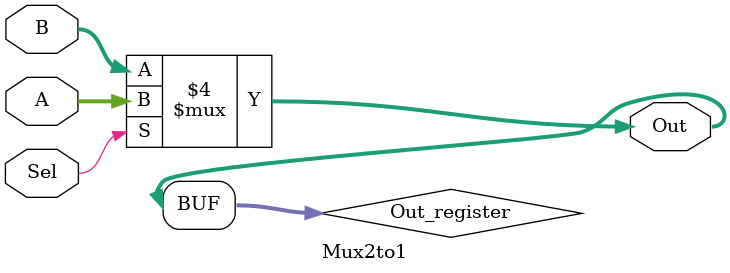
<source format=v>
module Mux2to1(A, B, Sel, Out);
	input [15:0] A, B;
	input Sel;
	output [15:0] Out;
	reg [15:0] Out_register;
	assign Out = Out_register ;
always @(A or B or Sel)
	if (Sel == 1)
		Out_register <= A;
	else
		Out_register <= B;
endmodule 
</source>
